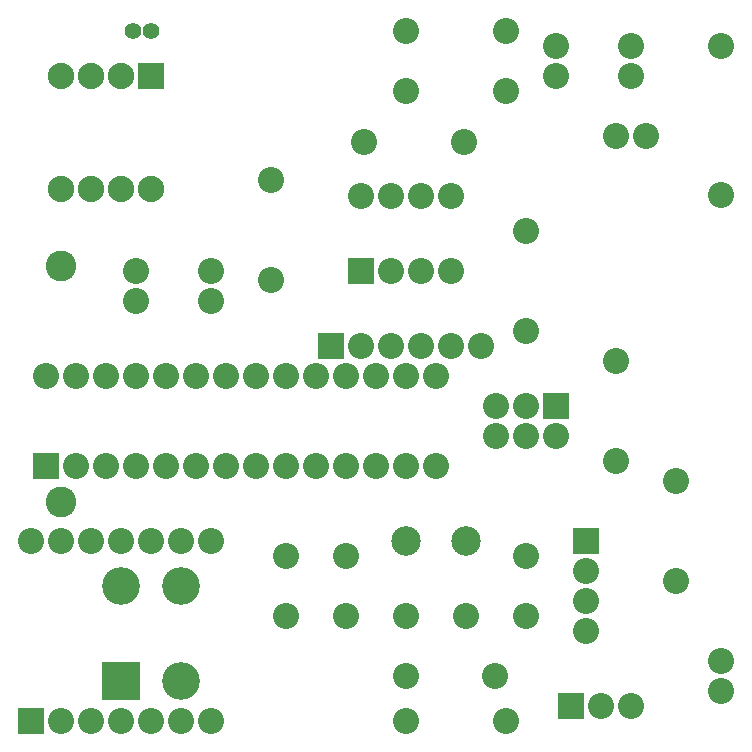
<source format=gbs>
G04*
G04 #@! TF.GenerationSoftware,Altium Limited,Altium Designer,21.7.2 (23)*
G04*
G04 Layer_Color=16711935*
%FSLAX25Y25*%
%MOIN*%
G70*
G04*
G04 #@! TF.SameCoordinates,C51BEDBB-060F-461C-9832-C8CE4485BB52*
G04*
G04*
G04 #@! TF.FilePolarity,Negative*
G04*
G01*
G75*
%ADD12C,0.05524*%
%ADD13R,0.08674X0.08674*%
%ADD14C,0.08674*%
%ADD15C,0.10249*%
%ADD16C,0.09855*%
%ADD17R,0.12611X0.12611*%
%ADD18C,0.12611*%
%ADD19C,0.08800*%
%ADD20R,0.08800X0.08800*%
%ADD21R,0.08674X0.08674*%
D12*
X-200000Y240000D02*
D03*
X-205906D02*
D03*
D13*
X-60000Y15000D02*
D03*
X-65000Y115000D02*
D03*
X-235000Y95000D02*
D03*
X-240000Y10158D02*
D03*
X-140000Y135000D02*
D03*
X-130000Y160000D02*
D03*
D14*
X-50000Y15000D02*
D03*
X-40000D02*
D03*
X-10000Y185394D02*
D03*
Y235000D02*
D03*
X-85000Y105000D02*
D03*
X-75000D02*
D03*
X-65000D02*
D03*
X-85000Y115000D02*
D03*
X-75000D02*
D03*
X-45000Y205000D02*
D03*
X-35000D02*
D03*
X-225000Y95000D02*
D03*
X-215000D02*
D03*
X-205000D02*
D03*
X-195000D02*
D03*
X-185000D02*
D03*
X-175000D02*
D03*
X-165000D02*
D03*
X-155000D02*
D03*
X-145000D02*
D03*
X-135000D02*
D03*
X-125000D02*
D03*
X-115000D02*
D03*
X-105000D02*
D03*
X-235000Y125000D02*
D03*
X-225000D02*
D03*
X-215000D02*
D03*
X-205000D02*
D03*
X-195000D02*
D03*
X-185000D02*
D03*
X-175000D02*
D03*
X-165000D02*
D03*
X-155000D02*
D03*
X-145000D02*
D03*
X-135000D02*
D03*
X-125000D02*
D03*
X-115000D02*
D03*
X-105000D02*
D03*
X-180000Y70000D02*
D03*
X-190000D02*
D03*
X-200000D02*
D03*
X-210000D02*
D03*
X-220000D02*
D03*
X-230000D02*
D03*
X-240000D02*
D03*
X-180000Y10158D02*
D03*
X-190000D02*
D03*
X-200000D02*
D03*
X-210000D02*
D03*
X-220000D02*
D03*
X-230000D02*
D03*
X-115000Y25000D02*
D03*
X-85472D02*
D03*
X-10000Y20000D02*
D03*
Y30000D02*
D03*
X-205000Y160000D02*
D03*
Y150000D02*
D03*
X-180000Y160000D02*
D03*
Y150000D02*
D03*
X-40000Y225000D02*
D03*
Y235000D02*
D03*
X-65000Y225000D02*
D03*
Y235000D02*
D03*
X-25000Y56535D02*
D03*
Y90000D02*
D03*
X-81535Y10000D02*
D03*
X-115000D02*
D03*
X-95535Y203000D02*
D03*
X-129000D02*
D03*
X-160000Y157000D02*
D03*
Y190465D02*
D03*
X-81535Y220000D02*
D03*
X-115000D02*
D03*
X-81535Y240000D02*
D03*
X-115000D02*
D03*
X-45000Y130000D02*
D03*
Y96535D02*
D03*
X-75000Y173465D02*
D03*
Y140000D02*
D03*
X-135000Y65000D02*
D03*
Y44921D02*
D03*
X-115079Y45000D02*
D03*
X-95000D02*
D03*
X-75000Y65000D02*
D03*
Y44921D02*
D03*
X-155000Y65079D02*
D03*
Y45000D02*
D03*
X-100000Y185000D02*
D03*
X-110000D02*
D03*
X-120000D02*
D03*
X-130000D02*
D03*
X-90000Y135000D02*
D03*
X-100000D02*
D03*
X-110000D02*
D03*
X-120000D02*
D03*
X-130000D02*
D03*
X-100000Y160000D02*
D03*
X-110000D02*
D03*
X-120000D02*
D03*
X-55000Y60000D02*
D03*
Y50000D02*
D03*
Y40000D02*
D03*
D15*
X-230000Y161740D02*
D03*
Y83000D02*
D03*
D16*
X-95000Y70000D02*
D03*
X-115079D02*
D03*
D17*
X-210000Y23504D02*
D03*
D18*
X-189921D02*
D03*
X-210000Y55000D02*
D03*
X-189921D02*
D03*
D19*
X-230000Y187500D02*
D03*
X-220000D02*
D03*
X-210000D02*
D03*
X-200000D02*
D03*
X-230000Y225000D02*
D03*
X-220000D02*
D03*
X-210000D02*
D03*
D20*
X-200000D02*
D03*
D21*
X-55000Y70000D02*
D03*
M02*

</source>
